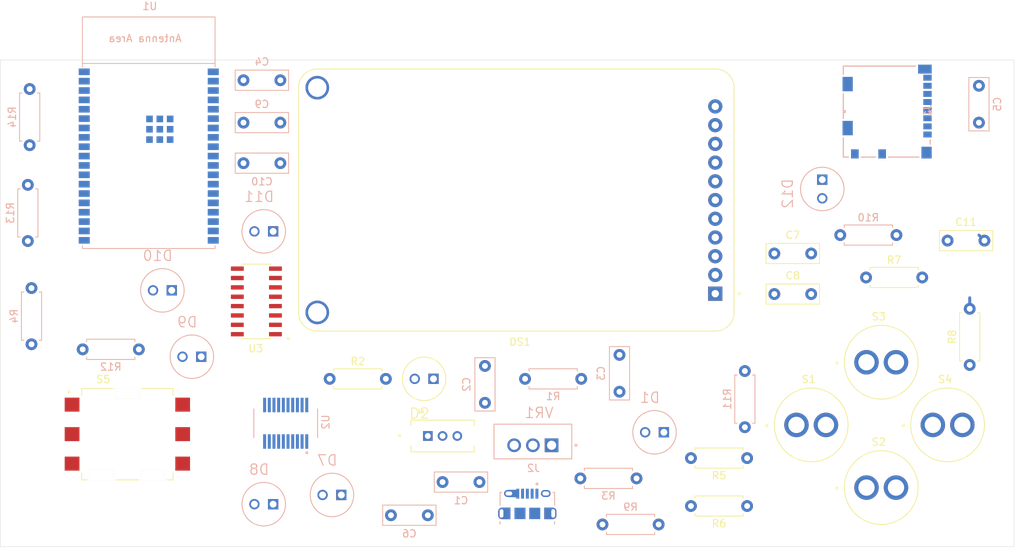
<source format=kicad_pcb>
(kicad_pcb (version 20241229) (generator "pcbnew") (generator_version "9.0")
  (layers (0 "F.Cu" signal) (2 "B.Cu" signal) (13 "F.Paste" user) (15 "B.Paste" user) (5 "F.SilkS" user "F.Silkscreen") (7 "B.SilkS" user "B.Silkscreen") (1 "F.Mask" user) (3 "B.Mask" user) (25 "Edge.Cuts" user))
  (net 0 "")
  (net 1 "GND")
  (net 2 "Net-(VR1-INPUT)")
  (net 3 "+3.3V")
  (net 4 "+5V")
  (net 5 "Net-(U1-EN{slash}CHIP_PU)")
  (net 6 "SD_DETECT")
  (net 7 "Net-(U2-~{RESET}#)")
  (net 8 "MOSI")
  (net 10 "DISPLAY_SELECT")
  (net 11 "SCK")
  (net 14 "LED1")
  (net 15 "LED2")
  (net 16 "LED3")
  (net 17 "LED4")
  (net 18 "LED5")
  (net 19 "MISO")
  (net 22 "SW1")
  (net 23 "SW2")
  (net 24 "SW3")
  (net 25 "SW4")
  (net 29 "SD_SELECT")
  (net 30 "D-")
  (net 32 "D+")
  (net 33 "PUSH")
  (net 34 "LEFT")
  (net 35 "UP")
  (net 36 "DOWN")
  (net 37 "RIGHT")
  (net 40 "MUX_S0")
  (net 43 "SEND")
  (net 44 "MUX_S1")
  (net 45 "MUX_S2")
  (net 47 "MUX_OUT")
  (net 49 "RECEIVE")
  (net 62 "Net-(D1-PadA)")
  (net 63 "Net-(D2-PadA)")
  (net 64 "Net-(D7-PadA)")
  (net 65 "Net-(D8-PadA)")
  (net 66 "Net-(D9-PadA)")
  (net 67 "Net-(D10-PadA)")
  (net 68 "Net-(D11-PadA)")
  (net 69 "Net-(D12-PadA)")
  (footprint "OS102011MS2QN1:SW_OS102011MS2QN1" (layer "F.Cu") (at 117 101)
    (property "Reference" "S6" (at -2.976555 -3.305417 0) (layer "F.SilkS") (effects (font (size 0.48009 0.48009))))
    (property "Value" "OS102011MS2QN1")
    (pad "" np_thru_hole circle (at -4.1 0) (size 1.5 1.5) (drill 1.5) (layers "*.Cu" "*.Mask"))
    (pad "" np_thru_hole circle (at 4.1 0) (size 1.5 1.5) (drill 1.5) (layers "*.Cu" "*.Mask"))
    (pad "1" thru_hole rect (at -2 0) (size 1.308 1.308) (drill 0.8) (layers "*.Cu" "*.Mask") (net 1 "GND"))
    (pad "2" thru_hole circle (at 0 0) (size 1.308 1.308) (drill 0.8) (layers "*.Cu" "*.Mask") (net 4 "+5V"))
    (pad "3" thru_hole circle (at 2 0) (size 1.308 1.308) (drill 0.8) (layers "*.Cu" "*.Mask") (net 2 "Net-(VR1-INPUT)"))
  )
  (footprint "4311:MODULE_4311" (layer "F.Cu") (at 127 69 90)
    (property "Reference" "DS1" (at -19.25 0.5 180) (layer "F.SilkS"))
    (property "Value" "4311 (Display)")
    (pad "1" thru_hole rect (at -12.7 26.9875 90) (size 1.9304 1.9304) (drill 1) (layers "*.Cu" "*.Mask") (net 4 "+5V"))
    (pad "2" thru_hole circle (at -10.16 26.9875 90) (size 1.9304 1.9304) (drill 1) (layers "*.Cu" "*.Mask"))
    (pad "3" thru_hole circle (at -7.62 26.9875 90) (size 1.9304 1.9304) (drill 1) (layers "*.Cu" "*.Mask") (net 1 "GND"))
    (pad "4" thru_hole circle (at -5.08 26.9875 90) (size 1.9304 1.9304) (drill 1) (layers "*.Cu" "*.Mask") (net 11 "SCK"))
    (pad "5" thru_hole circle (at -2.54 26.9875 90) (size 1.9304 1.9304) (drill 1) (layers "*.Cu" "*.Mask") (net 19 "MISO"))
    (pad "6" thru_hole circle (at 0 26.9875 90) (size 1.9304 1.9304) (drill 1) (layers "*.Cu" "*.Mask") (net 8 "MOSI"))
    (pad "7" thru_hole circle (at 2.54 26.9875 90) (size 1.9304 1.9304) (drill 1) (layers "*.Cu" "*.Mask") (net 10 "DISPLAY_SELECT"))
    (pad "8" thru_hole circle (at 5.08 26.9875 90) (size 1.9304 1.9304) (drill 1) (layers "*.Cu" "*.Mask"))
    (pad "9" thru_hole circle (at 7.62 26.9875 90) (size 1.9304 1.9304) (drill 1) (layers "*.Cu" "*.Mask"))
    (pad "10" thru_hole circle (at 10.16 26.9875 90) (size 1.9304 1.9304) (drill 1) (layers "*.Cu" "*.Mask"))
    (pad "11" thru_hole circle (at 12.7 26.9875 90) (size 1.9304 1.9304) (drill 1) (layers "*.Cu" "*.Mask"))
    (pad "SH1" thru_hole circle (at -15.24 -26.9875 90) (size 3.2 3.2) (drill 2.5) (layers "*.Cu" "*.Mask"))
    (pad "SH2" thru_hole circle (at 15.24 -26.9875 90) (size 3.2 3.2) (drill 2.5) (layers "*.Cu" "*.Mask"))
  )
  (footprint "JS5208:SW_JS5208" (layer "F.Cu") (at 74.25 100.75)
    (property "Reference" "S5" (at -3.275 -7.435 0) (layer "F.SilkS"))
    (property "Value" "JS5208 (Joystick)")
    (fp_line (start -5.1 4.8) (end -1.9 4.8) (stroke (width 0.01)) (layer "Edge.Cuts"))
    (fp_line (start -5.1 6.25) (end -5.1 4.8) (stroke (width 0.01)) (layer "Edge.Cuts"))
    (fp_line (start -1.9 4.8) (end -1.9 6.25) (stroke (width 0.01)) (layer "Edge.Cuts"))
    (fp_line (start -1.9 6.25) (end -5.1 6.25) (stroke (width 0.01)) (layer "Edge.Cuts"))
    (fp_line (start -1.6 -6.25) (end 1.6 -6.25) (stroke (width 0.01)) (layer "Edge.Cuts"))
    (fp_line (start -1.6 -4.8) (end -1.6 -6.25) (stroke (width 0.01)) (layer "Edge.Cuts"))
    (fp_line (start 1.6 -6.25) (end 1.6 -4.8) (stroke (width 0.01)) (layer "Edge.Cuts"))
    (fp_line (start 1.6 -4.8) (end -1.6 -4.8) (stroke (width 0.01)) (layer "Edge.Cuts"))
    (fp_line (start 1.9 4.8) (end 1.9 6.25) (stroke (width 0.01)) (layer "Edge.Cuts"))
    (fp_line (start 1.9 6.25) (end 5.1 6.25) (stroke (width 0.01)) (layer "Edge.Cuts"))
    (fp_line (start 5.1 4.8) (end 1.9 4.8) (stroke (width 0.01)) (layer "Edge.Cuts"))
    (fp_line (start 5.1 6.25) (end 5.1 4.8) (stroke (width 0.01)) (layer "Edge.Cuts"))
    (pad "" np_thru_hole circle (at -3 3) (size 1.6 1.6) (drill 1.6) (layers "*.Cu" "*.Mask"))
    (pad "" np_thru_hole circle (at 3 -3) (size 1.6 1.6) (drill 1.6) (layers "*.Cu" "*.Mask"))
    (pad "1" smd rect (at -7.5 -4) (size 2 1.9) (layers "F.Cu" "F.Mask" "F.Paste") (net 1 "GND"))
    (pad "2" smd rect (at -7.5 0) (size 2 1.9) (layers "F.Cu" "F.Mask" "F.Paste") (net 34 "LEFT"))
    (pad "3" smd rect (at -7.5 4) (size 2 1.9) (layers "F.Cu" "F.Mask" "F.Paste") (net 33 "PUSH"))
    (pad "4" smd rect (at 7.5 -4) (size 2 1.9) (layers "F.Cu" "F.Mask" "F.Paste") (net 35 "UP"))
    (pad "5" smd rect (at 7.5 0) (size 2 1.9) (layers "F.Cu" "F.Mask" "F.Paste") (net 37 "RIGHT"))
    (pad "6" smd rect (at 7.5 4) (size 2 1.9) (layers "F.Cu" "F.Mask" "F.Paste") (net 36 "DOWN"))
  )
  (footprint "PS1024ALRED:SW_PS1024ALRED" (layer "F.Cu") (at 185.5 99.5)
    (property "Reference" "S4" (at -0.335 -6.185 0) (layer "F.SilkS"))
    (property "Value" "PS1024ALRED")
    (pad "1" thru_hole circle (at -2 0) (size 3.32 3.32) (drill 2.21) (layers "*.Cu" "*.Mask") (net 1 "GND"))
    (pad "2" thru_hole circle (at 2 0) (size 3.32 3.32) (drill 2.21) (layers "*.Cu" "*.Mask") (net 25 "SW4"))
  )
  (footprint "PS1024ALRED:SW_PS1024ALRED" (layer "F.Cu") (at 176.5 108)
    (property "Reference" "S2" (at -0.335 -6.185 0) (layer "F.SilkS"))
    (property "Value" "PS1024ALRED")
    (pad "1" thru_hole circle (at -2 0) (size 3.32 3.32) (drill 2.21) (layers "*.Cu" "*.Mask") (net 1 "GND"))
    (pad "2" thru_hole circle (at 2 0) (size 3.32 3.32) (drill 2.21) (layers "*.Cu" "*.Mask") (net 23 "SW2"))
  )
  (footprint "L-53GD:LEDRD254W50D500H1060" (layer "F.Cu") (at 114.5 93.25 180)
    (property "Reference" "D2" (at 0.635 -4.699 0) (layer "F.SilkS") (effects (font (size 1.4 1.4))))
    (property "Value" "L-53GD")
    (pad "A" thru_hole circle (at 1.27 0 180) (size 1.4 1.4) (drill 0.93) (layers "*.Cu" "*.Mask") (net 63 "Net-(D2-PadA)"))
    (pad "C" thru_hole rect (at -1.27 0 180) (size 1.4 1.4) (drill 0.93) (layers "*.Cu" "*.Mask") (net 1 "GND"))
  )
  (footprint "Resistor_THT:R_Axial_DIN0207_L6.3mm_D2.5mm_P7.62mm_Horizontal" (layer "F.Cu") (at 188.5 91.37 90)
    (property "Reference" "R8" (at 3.81 -2.37 90) (layer "F.SilkS"))
    (property "Value" "10k")
    (pad "1" thru_hole circle (at 0 0 90) (size 1.6 1.6) (drill 0.8) (layers "*.Cu" "*.Mask") (net 25 "SW4"))
    (pad "2" thru_hole circle (at 7.62 0 90) (size 1.6 1.6) (drill 0.8) (layers "*.Cu" "*.Mask") (net 3 "+3.3V"))
  )
  (footprint "Resistor_THT:R_Axial_DIN0207_L6.3mm_D2.5mm_P7.62mm_Horizontal" (layer "F.Cu") (at 174.44 79.5)
    (property "Reference" "R7" (at 3.81 -2.37 0) (layer "F.SilkS"))
    (property "Value" "10k")
    (pad "1" thru_hole circle (at 0 0) (size 1.6 1.6) (drill 0.8) (layers "*.Cu" "*.Mask") (net 24 "SW3"))
    (pad "2" thru_hole circle (at 7.62 0) (size 1.6 1.6) (drill 0.8) (layers "*.Cu" "*.Mask") (net 3 "+3.3V"))
  )
  (footprint "PS1024ALRED:SW_PS1024ALRED" (layer "F.Cu") (at 176.5 91)
    (property "Reference" "S3" (at -0.335 -6.185 0) (layer "F.SilkS"))
    (property "Value" "PS1024ALRED")
    (pad "1" thru_hole circle (at -2 0) (size 3.32 3.32) (drill 2.21) (layers "*.Cu" "*.Mask") (net 1 "GND"))
    (pad "2" thru_hole circle (at 2 0) (size 3.32 3.32) (drill 2.21) (layers "*.Cu" "*.Mask") (net 24 "SW3"))
  )
  (footprint "Capacitor_THT:C_Rect_L7.0mm_W2.5mm_P5.00mm" (layer "F.Cu") (at 162 76.25)
    (property "Reference" "C7" (at 2.5 -2.5 0) (layer "F.SilkS"))
    (property "Value" "0.1u")
    (pad "1" thru_hole circle (at 0 0) (size 1.6 1.6) (drill 0.8) (layers "*.Cu" "*.Mask") (net 4 "+5V"))
    (pad "2" thru_hole circle (at 5 0) (size 1.6 1.6) (drill 0.8) (layers "*.Cu" "*.Mask") (net 1 "GND"))
  )
  (footprint "Resistor_THT:R_Axial_DIN0207_L6.3mm_D2.5mm_P7.62mm_Horizontal" (layer "F.Cu") (at 158.31 104 180)
    (property "Reference" "R5" (at 3.81 -2.37 0) (layer "F.SilkS"))
    (property "Value" "10k")
    (pad "1" thru_hole circle (at 0 0 180) (size 1.6 1.6) (drill 0.8) (layers "*.Cu" "*.Mask") (net 22 "SW1"))
    (pad "2" thru_hole circle (at 7.62 0 180) (size 1.6 1.6) (drill 0.8) (layers "*.Cu" "*.Mask") (net 3 "+3.3V"))
  )
  (footprint "Resistor_THT:R_Axial_DIN0207_L6.3mm_D2.5mm_P7.62mm_Horizontal" (layer "F.Cu") (at 158.31 110.5 180)
    (property "Reference" "R6" (at 3.81 -2.37 0) (layer "F.SilkS"))
    (property "Value" "10k")
    (pad "1" thru_hole circle (at 0 0 180) (size 1.6 1.6) (drill 0.8) (layers "*.Cu" "*.Mask") (net 23 "SW2"))
    (pad "2" thru_hole circle (at 7.62 0 180) (size 1.6 1.6) (drill 0.8) (layers "*.Cu" "*.Mask") (net 3 "+3.3V"))
  )
  (footprint "Capacitor_THT:C_Rect_L7.0mm_W2.5mm_P5.00mm" (layer "F.Cu") (at 162 81.75)
    (property "Reference" "C8" (at 2.5 -2.5 0) (layer "F.SilkS"))
    (property "Value" "10uF")
    (pad "1" thru_hole circle (at 0 0) (size 1.6 1.6) (drill 0.8) (layers "*.Cu" "*.Mask") (net 4 "+5V"))
    (pad "2" thru_hole circle (at 5 0) (size 1.6 1.6) (drill 0.8) (layers "*.Cu" "*.Mask") (net 1 "GND"))
  )
  (footprint "PS1024ALRED:SW_PS1024ALRED" (layer "F.Cu") (at 167 99.5)
    (property "Reference" "S1" (at -0.335 -6.185 0) (layer "F.SilkS"))
    (property "Value" "PS1024ALRED")
    (pad "1" thru_hole circle (at -2 0) (size 3.32 3.32) (drill 2.21) (layers "*.Cu" "*.Mask") (net 1 "GND"))
    (pad "2" thru_hole circle (at 2 0) (size 3.32 3.32) (drill 2.21) (layers "*.Cu" "*.Mask") (net 22 "SW1"))
  )
  (footprint "Resistor_THT:R_Axial_DIN0207_L6.3mm_D2.5mm_P7.62mm_Horizontal" (layer "F.Cu") (at 101.69 93.25)
    (property "Reference" "R2" (at 3.81 -2.37 0) (layer "F.SilkS"))
    (property "Value" "150")
    (pad "1" thru_hole circle (at 0 0) (size 1.6 1.6) (drill 0.8) (layers "*.Cu" "*.Mask") (net 3 "+3.3V"))
    (pad "2" thru_hole circle (at 7.62 0) (size 1.6 1.6) (drill 0.8) (layers "*.Cu" "*.Mask") (net 63 "Net-(D2-PadA)"))
  )
  (footprint "Capacitor_THT:C_Rect_L7.0mm_W2.5mm_P5.00mm" (layer "F.Cu") (at 185.5 74.5)
    (property "Reference" "C11" (at 2.5 -2.5 0) (layer "F.SilkS"))
    (property "Value" "0.1u")
    (pad "1" thru_hole circle (at 0 0) (size 1.6 1.6) (drill 0.8) (layers "*.Cu" "*.Mask") (net 1 "GND"))
    (pad "2" thru_hole circle (at 5 0) (size 1.6 1.6) (drill 0.8) (layers "*.Cu" "*.Mask") (net 3 "+3.3V"))
  )
  (footprint "74HC151D_653:SOIC127P600X175-16N" (layer "F.Cu") (at 91.75 82.75 180)
    (property "Reference" "U3" (at 0.085 -6.385 0) (layer "F.SilkS"))
    (property "Value" "74HC151D_653")
    (pad "1" smd roundrect (at -2.585 -4.445 180) (size 1.75 0.59) (layers "F.Cu" "F.Mask" "F.Paste") (roundrect_rratio 0.125) (net 37 "RIGHT"))
    (pad "2" smd roundrect (at -2.585 -3.175 180) (size 1.75 0.59) (layers "F.Cu" "F.Mask" "F.Paste") (roundrect_rratio 0.125) (net 34 "LEFT"))
    (pad "3" smd roundrect (at -2.585 -1.905 180) (size 1.75 0.59) (layers "F.Cu" "F.Mask" "F.Paste") (roundrect_rratio 0.125) (net 36 "DOWN"))
    (pad "4" smd roundrect (at -2.585 -0.635 180) (size 1.75 0.59) (layers "F.Cu" "F.Mask" "F.Paste") (roundrect_rratio 0.125) (net 35 "UP"))
    (pad "5" smd roundrect (at -2.585 0.635 180) (size 1.75 0.59) (layers "F.Cu" "F.Mask" "F.Paste") (roundrect_rratio 0.125) (net 47 "MUX_OUT"))
    (pad "6" smd roundrect (at -2.585 1.905 180) (size 1.75 0.59) (layers "F.Cu" "F.Mask" "F.Paste") (roundrect_rratio 0.125))
    (pad "7" smd roundrect (at -2.585 3.175 180) (size 1.75 0.59) (layers "F.Cu" "F.Mask" "F.Paste") (roundrect_rratio 0.125) (net 1 "GND"))
    (pad "8" smd roundrect (at -2.585 4.445 180) (size 1.75 0.59) (layers "F.Cu" "F.Mask" "F.Paste") (roundrect_rratio 0.125) (net 1 "GND"))
    (pad "9" smd roundrect (at 2.585 4.445 180) (size 1.75 0.59) (layers "F.Cu" "F.Mask" "F.Paste") (roundrect_rratio 0.125) (net 45 "MUX_S2"))
    (pad "10" smd roundrect (at 2.585 3.175 180) (size 1.75 0.59) (layers "F.Cu" "F.Mask" "F.Paste") (roundrect_rratio 0.125) (net 44 "MUX_S1"))
    (pad "11" smd roundrect (at 2.585 1.905 180) (size 1.75 0.59) (layers "F.Cu" "F.Mask" "F.Paste") (roundrect_rratio 0.125) (net 40 "MUX_S0"))
    (pad "12" smd roundrect (at 2.585 0.635 180) (size 1.75 0.59) (layers "F.Cu" "F.Mask" "F.Paste") (roundrect_rratio 0.125) (net 25 "SW4"))
    (pad "13" smd roundrect (at 2.585 -0.635 180) (size 1.75 0.59) (layers "F.Cu" "F.Mask" "F.Paste") (roundrect_rratio 0.125) (net 24 "SW3"))
    (pad "14" smd roundrect (at 2.585 -1.905 180) (size 1.75 0.59) (layers "F.Cu" "F.Mask" "F.Paste") (roundrect_rratio 0.125) (net 23 "SW2"))
    (pad "15" smd roundrect (at 2.585 -3.175 180) (size 1.75 0.59) (layers "F.Cu" "F.Mask" "F.Paste") (roundrect_rratio 0.125) (net 22 "SW1"))
    (pad "16" smd roundrect (at 2.585 -4.445 180) (size 1.75 0.59) (layers "F.Cu" "F.Mask" "F.Paste") (roundrect_rratio 0.125) (net 3 "+3.3V"))
  )
  (footprint "L-53GD:LEDRD254W50D500H1060" (layer "B.Cu") (at 83 90.25 180)
    (property "Reference" "D9" (at 0.635 4.699 0) (layer "B.SilkS") (effects (font (size 1.4 1.4)) (justify mirror)))
    (property "Value" "L-53GD")
    (pad "A" thru_hole circle (at 1.27 0 180) (size 1.4 1.4) (drill 0.93) (layers "*.Cu" "*.Mask") (net 66 "Net-(D9-PadA)"))
    (pad "C" thru_hole rect (at -1.27 0 180) (size 1.4 1.4) (drill 0.93) (layers "*.Cu" "*.Mask") (net 1 "GND"))
  )
  (footprint "Capacitor_THT:C_Rect_L7.0mm_W2.5mm_P5.00mm" (layer "B.Cu") (at 110 111.75)
    (property "Reference" "C6" (at 2.5 2.5 0) (layer "B.SilkS") (effects (justify mirror)))
    (property "Value" "10u")
    (pad "1" thru_hole circle (at 0 0) (size 1.6 1.6) (drill 0.8) (layers "*.Cu" "*.Mask") (net 1 "GND"))
    (pad "2" thru_hole circle (at 5 0) (size 1.6 1.6) (drill 0.8) (layers "*.Cu" "*.Mask") (net 4 "+5V"))
  )
  (footprint "L-53GD:LEDRD254W50D500H1060" (layer "B.Cu") (at 168.5 67.5 -90)
    (property "Reference" "D12" (at 0.635 4.699 90) (layer "B.SilkS") (effects (font (size 1.4 1.4)) (justify mirror)))
    (property "Value" "L-53GD")
    (pad "A" thru_hole circle (at 1.27 0 270) (size 1.4 1.4) (drill 0.93) (layers "*.Cu" "*.Mask") (net 69 "Net-(D12-PadA)"))
    (pad "C" thru_hole rect (at -1.27 0 270) (size 1.4 1.4) (drill 0.93) (layers "*.Cu" "*.Mask") (net 6 "SD_DETECT"))
  )
  (footprint "PCM_Espressif:ESP32-WROVER-E" (layer "B.Cu") (at 77.15 59.86 180)
    (property "Reference" "U1" (at -0.14 17.145 0) (layer "B.SilkS") (effects (justify mirror)))
    (property "Value" "ESP32-WROVER-E")
    (fp_text user "Antenna Area" (at 0.5 12.795 0) (layer "B.SilkS") (effects (justify mirror)))
    (pad "1" smd rect (at -8.75 8.255 180) (size 1.5 0.9) (layers "B.Cu" "B.Mask" "B.Paste") (net 1 "GND"))
    (pad "2" smd rect (at -8.75 6.985 180) (size 1.5 0.9) (layers "B.Cu" "B.Mask" "B.Paste") (net 3 "+3.3V"))
    (pad "3" smd rect (at -8.75 5.715 180) (size 1.5 0.9) (layers "B.Cu" "B.Mask" "B.Paste") (net 5 "Net-(U1-EN{slash}CHIP_PU)"))
    (pad "4" smd rect (at -8.75 4.445 180) (size 1.5 0.9) (layers "B.Cu" "B.Mask" "B.Paste") (net 6 "SD_DETECT"))
    (pad "5" smd rect (at -8.75 3.175 180) (size 1.5 0.9) (layers "B.Cu" "B.Mask" "B.Paste") (net 33 "PUSH"))
    (pad "6" smd rect (at -8.75 1.905 180) (size 1.5 0.9) (layers "B.Cu" "B.Mask" "B.Paste"))
    (pad "7" smd rect (at -8.75 0.635 180) (size 1.5 0.9) (layers "B.Cu" "B.Mask" "B.Paste"))
    (pad "8" smd rect (at -8.75 -0.635 180) (size 1.5 0.9) (layers "B.Cu" "B.Mask" "B.Paste") (net 47 "MUX_OUT"))
    (pad "9" smd rect (at -8.75 -1.905 180) (size 1.5 0.9) (layers "B.Cu" "B.Mask" "B.Paste") (net 29 "SD_SELECT"))
    (pad "10" smd rect (at -8.75 -3.175 180) (size 1.5 0.9) (layers "B.Cu" "B.Mask" "B.Paste") (net 40 "MUX_S0"))
    (pad "11" smd rect (at -8.75 -4.445 180) (size 1.5 0.9) (layers "B.Cu" "B.Mask" "B.Paste") (net 44 "MUX_S1"))
    (pad "12" smd rect (at -8.75 -5.715 180) (size 1.5 0.9) (layers "B.Cu" "B.Mask" "B.Paste") (net 45 "MUX_S2"))
    (pad "13" smd rect (at -8.75 -6.985 180) (size 1.5 0.9) (layers "B.Cu" "B.Mask" "B.Paste") (net 16 "LED3"))
    (pad "14" smd rect (at -8.75 -8.255 180) (size 1.5 0.9) (layers "B.Cu" "B.Mask" "B.Paste"))
    (pad "15" smd rect (at -8.75 -9.525 180) (size 1.5 0.9) (layers "B.Cu" "B.Mask" "B.Paste") (net 1 "GND"))
    (pad "16" smd rect (at -8.75 -10.795 180) (size 1.5 0.9) (layers "B.Cu" "B.Mask" "B.Paste") (net 15 "LED2"))
    (pad "17" smd rect (at -8.75 -12.065 180) (size 1.5 0.9) (layers "B.Cu" "B.Mask" "B.Paste"))
    (pad "18" smd rect (at -8.75 -13.335 180) (size 1.5 0.9) (layers "B.Cu" "B.Mask" "B.Paste"))
    (pad "19" smd rect (at -8.75 -14.605 180) (size 1.5 0.9) (layers "B.Cu" "B.Mask" "B.Paste"))
    (pad "20" smd rect (at 8.75 -14.605 180) (size 1.5 0.9) (layers "B.Cu" "B.Mask" "B.Paste"))
    (pad "21" smd rect (at 8.75 -13.335 180) (size 1.5 0.9) (layers "B.Cu" "B.Mask" "B.Paste"))
    (pad "22" smd rect (at 8.75 -12.065 180) (size 1.5 0.9) (layers "B.Cu" "B.Mask" "B.Paste"))
    (pad "23" smd rect (at 8.75 -10.795 180) (size 1.5 0.9) (layers "B.Cu" "B.Mask" "B.Paste"))
    (pad "24" smd rect (at 8.75 -9.525 180) (size 1.5 0.9) (layers "B.Cu" "B.Mask" "B.Paste"))
    (pad "25" smd rect (at 8.75 -8.255 180) (size 1.5 0.9) (layers "B.Cu" "B.Mask" "B.Paste"))
    (pad "26" smd rect (at 8.75 -6.985 180) (size 1.5 0.9) (layers "B.Cu" "B.Mask" "B.Paste") (net 14 "LED1"))
    (pad "27" smd rect (at 8.75 -5.715 180) (size 1.5 0.9) (layers "B.Cu" "B.Mask" "B.Paste"))
    (pad "28" smd rect (at 8.75 -4.445 180) (size 1.5 0.9) (layers "B.Cu" "B.Mask" "B.Paste"))
    (pad "29" smd rect (at 8.75 -3.175 180) (size 1.5 0.9) (layers "B.Cu" "B.Mask" "B.Paste") (net 10 "DISPLAY_SELECT"))
    (pad "30" smd rect (at 8.75 -1.905 180) (size 1.5 0.9) (layers "B.Cu" "B.Mask" "B.Paste") (net 11 "SCK"))
    (pad "31" smd rect (at 8.75 -0.635 180) (size 1.5 0.9) (layers "B.Cu" "B.Mask" "B.Paste") (net 19 "MISO"))
    (pad "32" smd rect (at 8.75 0.635 180) (size 1.5 0.9) (layers "B.Cu" "B.Mask" "B.Paste"))
    (pad "33" smd rect (at 8.75 1.905 180) (size 1.5 0.9) (layers "B.Cu" "B.Mask" "B.Paste") (net 17 "LED4"))
    (pad "34" smd rect (at 8.75 3.175 180) (size 1.5 0.9) (layers "B.Cu" "B.Mask" "B.Paste") (net 49 "RECEIVE"))
    (pad "35" smd rect (at 8.75 4.445 180) (size 1.5 0.9) (layers "B.Cu" "B.Mask" "B.Paste") (net 43 "SEND"))
    (pad "36" smd rect (at 8.75 5.715 180) (size 1.5 0.9) (layers "B.Cu" "B.Mask" "B.Paste") (net 18 "LED5"))
    (pad "37" smd rect (at 8.75 6.985 180) (size 1.5 0.9) (layers "B.Cu" "B.Mask" "B.Paste") (net 8 "MOSI"))
    (pad "38" smd rect (at 8.75 8.255 180) (size 1.5 0.9) (layers "B.Cu" "B.Mask" "B.Paste") (net 1 "GND"))
    (pad "39" smd rect (at -2.905 1.86 180) (size 0.9 0.9) (layers "B.Cu" "B.Mask" "B.Paste") (net 1 "GND"))
    (pad "39" smd rect (at -2.9 -0.94 180) (size 0.9 0.9) (layers "B.Cu" "B.Mask" "B.Paste") (net 1 "GND"))
    (pad "39" smd rect (at -2.9 0.46 180) (size 0.9 0.9) (layers "B.Cu" "B.Mask" "B.Paste") (net 1 "GND"))
    (pad "39" smd rect (at -1.5 -0.94 180) (size 0.9 0.9) (layers "B.Cu" "B.Mask" "B.Paste") (net 1 "GND"))
    (pad "39" smd rect (at -1.5 0.46 180) (size 0.9 0.9) (layers "B.Cu" "B.Mask" "B.Paste") (net 1 "GND"))
    (pad "39" smd rect (at -1.5 1.86 180) (size 0.9 0.9) (layers "B.Cu" "B.Mask" "B.Paste") (net 1 "GND"))
    (pad "39" smd rect (at -0.1 -0.94 180) (size 0.9 0.9) (layers "B.Cu" "B.Mask" "B.Paste") (net 1 "GND"))
    (pad "39" smd rect (at -0.1 0.46 180) (size 0.9 0.9) (layers "B.Cu" "B.Mask" "B.Paste") (net 1 "GND"))
    (pad "39" smd rect (at -0.1 1.86 180) (size 0.9 0.9) (layers "B.Cu" "B.Mask" "B.Paste") (net 1 "GND"))
  )
  (footprint "10118194-0001LF:AMPHENOL_10118194-0001LF" (layer "B.Cu") (at 128.5 111.5 180)
    (property "Reference" "J2" (at -0.825 6.135 0) (layer "B.SilkS") (effects (justify mirror)))
    (property "Value" "10118194-0001LF (USB-C Connector)" (hide yes))
    (pad "1" smd rect (at -1.3 2.675 180) (size 0.4 1.35) (layers "B.Cu" "B.Mask" "B.Paste") (net 4 "+5V"))
    (pad "2" smd rect (at -0.65 2.675 180) (size 0.4 1.35) (layers "B.Cu" "B.Mask" "B.Paste") (net 30 "D-"))
    (pad "3" smd rect (at 0 2.675 180) (size 0.4 1.35) (layers "B.Cu" "B.Mask" "B.Paste") (net 32 "D+"))
    (pad "4" smd rect (at 0.65 2.675 180) (size 0.4 1.35) (layers "B.Cu" "B.Mask" "B.Paste"))
    (pad "5" smd rect (at 1.3 2.675 180) (size 0.4 1.35) (layers "B.Cu" "B.Mask" "B.Paste") (net 1 "GND"))
    (pad "SH1" thru_hole custom (at -3.5 0 180) (size 0.775 1.55) (drill oval 0.5 1.15) (layers "*.Cu") (net 1 "GND") (options (clearance outline) (anchor circle)) (primitives (gr_poly (pts (xy 1.2 -0.775) (xy 0.055 -0.775) (xy 0.029 -0.774) (xy 0.003 -0.772) (xy -0.023 -0.769) (xy -0.049 -0.764) (xy -0.074 -0.758) (xy -0.1 -0.751) (xy -0.124 -0.742) (xy -0.148 -0.732) (xy -0.172 -0.721) (xy -0.195 -0.708) (xy -0.217 -0.694) (xy -0.239 -0.68) (xy -0.26 -0.664) (xy -0.28 -0.647) (xy -0.299 -0.629) (xy -0.317 -0.61) (xy -0.334 -0.59) (xy -0.35 -0.569) (xy -0.364 -0.547) (xy -0.378 -0.525) (xy -0.391 -0.502) (xy -0.402 -0.478) (xy -0.412 -0.454) (xy -0.421 -0.43) (xy -0.428 -0.404) (xy -0.434 -0.379) (xy -0.439 -0.353) (xy -0.442 -0.327) (xy -0.444 -0.301) (xy -0.445 -0.275) (xy -0.445 0.275) (xy -0.444 0.301) (xy -0.442 0.327) (xy -0.439 0.353) (xy -0.434 0.379) (xy -0.428 0.404) (xy -0.421 0.43) (xy -0.412 0.454) (xy -0.402 0.478) (xy -0.391 0.502) (xy -0.378 0.525) (xy -0.364 0.547) (xy -0.35 0.569) (xy -0.334 0.59) (xy -0.317 0.61) (xy -0.299 0.629) (xy -0.28 0.647) (xy -0.26 0.664) (xy -0.239 0.68) (xy -0.217 0.694) (xy -0.195 0.708) (xy -0.172 0.721) (xy -0.148 0.732) (xy -0.124 0.742) (xy -0.1 0.751) (xy -0.074 0.758) (xy -0.049 0.764) (xy -0.023 0.769) (xy 0.003 0.772) (xy 0.029 0.774) (xy 0.055 0.775) (xy 1.2 0.775) (xy 1.2 -0.775)) (width 0.01) (fill yes))))
    (pad "SH2" smd rect (at 1 0 180) (size 1.5 1.55) (layers "B.Cu" "B.Mask" "B.Paste") (net 1 "GND"))
    (pad "SH3" smd rect (at -1 0 180) (size 1.5 1.55) (layers "B.Cu" "B.Mask" "B.Paste") (net 1 "GND"))
    (pad "SH4" thru_hole custom (at 3.5 0 180) (size 0.775 1.55) (drill oval 0.5 1.15) (layers "*.Cu") (net 1 "GND") (options (clearance outline) (anchor circle)) (primitives (gr_poly (pts (xy -1.2 0.775) (xy -0.055 0.775) (xy -0.029 0.774) (xy -0.003 0.772) (xy 0.023 0.769) (xy 0.049 0.764) (xy 0.074 0.758) (xy 0.1 0.751) (xy 0.124 0.742) (xy 0.148 0.732) (xy 0.172 0.721) (xy 0.195 0.708) (xy 0.217 0.694) (xy 0.239 0.68) (xy 0.26 0.664) (xy 0.28 0.647) (xy 0.299 0.629) (xy 0.317 0.61) (xy 0.334 0.59) (xy 0.35 0.569) (xy 0.364 0.547) (xy 0.378 0.525) (xy 0.391 0.502) (xy 0.402 0.478) (xy 0.412 0.454) (xy 0.421 0.43) (xy 0.428 0.404) (xy 0.434 0.379) (xy 0.439 0.353) (xy 0.442 0.327) (xy 0.444 0.301) (xy 0.445 0.275) (xy 0.445 -0.275) (xy 0.444 -0.301) (xy 0.442 -0.327) (xy 0.439 -0.353) (xy 0.434 -0.379) (xy 0.428 -0.404) (xy 0.421 -0.43) (xy 0.412 -0.454) (xy 0.402 -0.478) (xy 0.391 -0.502) (xy 0.378 -0.525) (xy 0.364 -0.547) (xy 0.35 -0.569) (xy 0.334 -0.59) (xy 0.317 -0.61) (xy 0.299 -0.629) (xy 0.28 -0.647) (xy 0.26 -0.664) (xy 0.239 -0.68) (xy 0.217 -0.694) (xy 0.195 -0.708) (xy 0.172 -0.721) (xy 0.148 -0.732) (xy 0.124 -0.742) (xy 0.1 -0.751) (xy 0.074 -0.758) (xy 0.049 -0.764) (xy 0.023 -0.769) (xy -0.003 -0.772) (xy -0.029 -0.774) (xy -0.055 -0.775) (xy -1.2 -0.775) (xy -1.2 0.775)) (width 0.01) (fill yes))))
    (pad "SH5" thru_hole oval (at -2.5 2.7 180) (size 1.3 0.95) (drill oval 0.9 0.55) (layers "*.Cu" "*.Mask") (net 1 "GND"))
    (pad "SH6" thru_hole oval (at 2.5 2.7 180) (size 1.3 0.95) (drill oval 0.9 0.55) (layers "*.Cu" "*.Mask") (net 1 "GND"))
  )
  (footprint "Resistor_THT:R_Axial_DIN0207_L6.3mm_D2.5mm_P7.62mm_Horizontal" (layer "B.Cu") (at 60.75 66.94 -90)
    (property "Reference" "R13" (at 3.81 2.37 90) (layer "B.SilkS") (effects (justify mirror)))
    (property "Value" "150")
    (pad "1" thru_hole circle (at 0 0 270) (size 1.6 1.6) (drill 0.8) (layers "*.Cu" "*.Mask") (net 17 "LED4"))
    (pad "2" thru_hole circle (at 7.62 0 270) (size 1.6 1.6) (drill 0.8) (layers "*.Cu" "*.Mask") (net 67 "Net-(D10-PadA)"))
  )
  (footprint "Resistor_THT:R_Axial_DIN0207_L6.3mm_D2.5mm_P7.62mm_Horizontal" (layer "B.Cu") (at 146.31 113 180)
    (property "Reference" "R9" (at 3.81 2.37 0) (layer "B.SilkS") (effects (justify mirror)))
    (property "Value" "150")
    (pad "1" thru_hole circle (at 0 0 180) (size 1.6 1.6) (drill 0.8) (layers "*.Cu" "*.Mask") (net 14 "LED1"))
    (pad "2" thru_hole circle (at 7.62 0 180) (size 1.6 1.6) (drill 0.8) (layers "*.Cu" "*.Mask") (net 64 "Net-(D7-PadA)"))
  )
  (footprint "Capacitor_THT:C_Rect_L7.0mm_W2.5mm_P5.00mm" (layer "B.Cu") (at 90 64)
    (property "Reference" "C10" (at 2.5 2.5 0) (layer "B.SilkS") (effects (justify mirror)))
    (property "Value" "1u")
    (pad "1" thru_hole circle (at 0 0) (size 1.6 1.6) (drill 0.8) (layers "*.Cu" "*.Mask") (net 5 "Net-(U1-EN{slash}CHIP_PU)"))
    (pad "2" thru_hole circle (at 5 0) (size 1.6 1.6) (drill 0.8) (layers "*.Cu" "*.Mask") (net 1 "GND"))
  )
  (footprint "FT231XS-U:SOP63P600X175-20N" (layer "B.Cu") (at 95.7225 99.275 90)
    (property "Reference" "U2" (at 0.16431 5.4247 90) (layer "B.SilkS") (effects (font (size 1.001386 1.001386)) (justify mirror)))
    (property "Value" "FT231XS-U")
    (pad "1" smd roundrect (at -2.475 2.8575 90) (size 1.97 0.41) (layers "B.Cu" "B.Mask" "B.Paste") (roundrect_rratio 0.05))
    (pad "2" smd roundrect (at -2.475 2.2225 90) (size 1.97 0.41) (layers "B.Cu" "B.Mask" "B.Paste") (roundrect_rratio 0.05))
    (pad "3" smd roundrect (at -2.475 1.5875 90) (size 1.97 0.41) (layers "B.Cu" "B.Mask" "B.Paste") (roundrect_rratio 0.05) (net 3 "+3.3V"))
    (pad "4" smd roundrect (at -2.475 0.9525 90) (size 1.97 0.41) (layers "B.Cu" "B.Mask" "B.Paste") (roundrect_rratio 0.05) (net 43 "SEND"))
    (pad "5" smd roundrect (at -2.475 0.3175 90) (size 1.97 0.41) (layers "B.Cu" "B.Mask" "B.Paste") (roundrect_rratio 0.05))
    (pad "6" smd roundrect (at -2.475 -0.3175 90) (size 1.97 0.41) (layers "B.Cu" "B.Mask" "B.Paste") (roundrect_rratio 0.05) (net 1 "GND"))
    (pad "7" smd roundrect (at -2.475 -0.9525 90) (size 1.97 0.41) (layers "B.Cu" "B.Mask" "B.Paste") (roundrect_rratio 0.05))
    (pad "8" smd roundrect (at -2.475 -1.5875 90) (size 1.97 0.41) (layers "B.Cu" "B.Mask" "B.Paste") (roundrect_rratio 0.05))
    (pad "9" smd roundrect (at -2.475 -2.2225 90) (size 1.97 0.41) (layers "B.Cu" "B.Mask" "B.Paste") (roundrect_rratio 0.05))
    (pad "10" smd roundrect (at -2.475 -2.8575 90) (size 1.97 0.41) (layers "B.Cu" "B.Mask" "B.Paste") (roundrect_rratio 0.05))
    (pad "11" smd roundrect (at 2.475 -2.8575 90) (size 1.97 0.41) (layers "B.Cu" "B.Mask" "B.Paste") (roundrect_rratio 0.05) (net 32 "D+"))
    (pad "12" smd roundrect (at 2.475 -2.2225 90) (size 1.97 0.41) (layers "B.Cu" "B.Mask" "B.Paste") (roundrect_rratio 0.05) (net 30 "D-"))
    (pad "13" smd roundrect (at 2.475 -1.5875 90) (size 1.97 0.41) (layers "B.Cu" "B.Mask" "B.Paste") (roundrect_rratio 0.05))
    (pad "14" smd roundrect (at 2.475 -0.9525 90) (size 1.97 0.41) (layers "B.Cu" "B.Mask" "B.Paste") (roundrect_rratio 0.05) (net 7 "Net-(U2-~{RESET}#)"))
    (pad "15" smd roundrect (at 2.475 -0.3175 90) (size 1.97 0.41) (layers "B.Cu" "B.Mask" "B.Paste") (roundrect_rratio 0.05) (net 3 "+3.3V"))
    (pad "16" smd roundrect (at 2.475 0.3175 90) (size 1.97 0.41) (layers "B.Cu" "B.Mask" "B.Paste") (roundrect_rratio 0.05) (net 1 "GND"))
    (pad "17" smd roundrect (at 2.475 0.9525 90) (size 1.97 0.41) (layers "B.Cu" "B.Mask" "B.Paste") (roundrect_rratio 0.05))
    (pad "18" smd roundrect (at 2.475 1.5875 90) (size 1.97 0.41) (layers "B.Cu" "B.Mask" "B.Paste") (roundrect_rratio 0.05))
    (pad "19" smd roundrect (at 2.475 2.2225 90) (size 1.97 0.41) (layers "B.Cu" "B.Mask" "B.Paste") (roundrect_rratio 0.05))
    (pad "20" smd roundrect (at 2.475 2.8575 90) (size 1.97 0.41) (layers "B.Cu" "B.Mask" "B.Paste") (roundrect_rratio 0.05) (net 49 "RECEIVE"))
  )
  (footprint "Capacitor_THT:C_Rect_L7.0mm_W2.5mm_P5.00mm" (layer "B.Cu") (at 95 52.75 180)
    (property "Reference" "C4" (at 2.5 2.5 0) (layer "B.SilkS") (effects (justify mirror)))
    (property "Value" "22u")
    (pad "1" thru_hole circle (at 0 0 180) (size 1.6 1.6) (drill 0.8) (layers "*.Cu" "*.Mask") (net 3 "+3.3V"))
    (pad "2" thru_hole circle (at 5 0 180) (size 1.6 1.6) (drill 0.8) (layers "*.Cu" "*.Mask") (net 1 "GND"))
  )
  (footprint "L-53GD:LEDRD254W50D500H1060" (layer "B.Cu") (at 145.75 100.5 180)
    (property "Reference" "D1" (at 0.635 4.699 0) (layer "B.SilkS") (effects (font (size 1.4 1.4)) (justify mirror)))
    (property "Value" "L-53GD")
    (pad "A" thru_hole circle (at 1.27 0 180) (size 1.4 1.4) (drill 0.93) (layers "*.Cu" "*.Mask") (net 62 "Net-(D1-PadA)"))
    (pad "C" thru_hole rect (at -1.27 0 180) (size 1.4 1.4) (drill 0.93) (layers "*.Cu" "*.Mask") (net 1 "GND"))
  )
  (footprint "L-53GD:LEDRD254W50D500H1060" (layer "B.Cu") (at 102 109 180)
    (property "Reference" "D7" (at 0.635 4.699 0) (layer "B.SilkS") (effects (font (size 1.4 1.4)) (justify mirror)))
    (property "Value" "L-53GD")
    (pad "A" thru_hole circle (at 1.27 0 180) (size 1.4 1.4) (drill 0.93) (layers "*.Cu" "*.Mask") (net 64 "Net-(D7-PadA)"))
    (pad "C" thru_hole rect (at -1.27 0 180) (size 1.4 1.4) (drill 0.93) (layers "*.Cu" "*.Mask") (net 1 "GND"))
  )
  (footprint "Capacitor_THT:C_Rect_L7.0mm_W2.5mm_P5.00mm" (layer "B.Cu") (at 122.75 91.5 -90)
    (property "Reference" "C2" (at 2.5 2.5 90) (layer "B.SilkS") (effects (justify mirror)))
    (property "Value" "10u")
    (pad "1" thru_hole circle (at 0 0 270) (size 1.6 1.6) (drill 0.8) (layers "*.Cu" "*.Mask") (net 1 "GND"))
    (pad "2" thru_hole circle (at 5 0 270) (size 1.6 1.6) (drill 0.8) (layers "*.Cu" "*.Mask") (net 3 "+3.3V"))
  )
  (footprint "LM1117T-3.3_NOPB:TO254P1054X470X1955-3" (layer "B.Cu") (at 129.2525 102.26 180)
    (property "Reference" "VR1" (at -0.835 4.399 0) (layer "B.SilkS") (effects (font (size 1.4 1.4)) (justify mirror)))
    (property "Value" "LM1117T-3.3_NOPB (Regulator)")
    (pad "1" thru_hole rect (at -2.54 0 180) (size 1.86 1.86) (drill 1.24) (layers "*.Cu" "*.Mask") (net 1 "GND"))
    (pad "2" thru_hole circle (at 0 0 180) (size 1.86 1.86) (drill 1.24) (layers "*.Cu" "*.Mask") (net 3 "+3.3V"))
    (pad "3" thru_hole circle (at 2.54 0 180) (size 1.86 1.86) (drill 1.24) (layers "*.Cu" "*.Mask") (net 2 "Net-(VR1-INPUT)"))
  )
  (footprint "Resistor_THT:R_Axial_DIN0207_L6.3mm_D2.5mm_P7.62mm_Horizontal" (layer "B.Cu") (at 61.25 80.94 -90)
    (property "Reference" "R4" (at 3.81 2.37 90) (layer "B.SilkS") (effects (justify mirror)))
    (property "Value" "10k")
    (pad "1" thru_hole circle (at 0 0 270) (size 1.6 1.6) (drill 0.8) (layers "*.Cu" "*.Mask") (net 3 "+3.3V"))
    (pad "2" thru_hole circle (at 7.62 0 270) (size 1.6 1.6) (drill 0.8) (layers "*.Cu" "*.Mask") (net 5 "Net-(U1-EN{slash}CHIP_PU)"))
  )
  (footprint "Resistor_THT:R_Axial_DIN0207_L6.3mm_D2.5mm_P7.62mm_Horizontal" (layer "B.Cu") (at 61 53.94 -90)
    (property "Reference" "R14" (at 3.81 2.37 90) (layer "B.SilkS") (effects (justify mirror)))
    (property "Value" "150")
    (pad "1" thru_hole circle (at 0 0 270) (size 1.6 1.6) (drill 0.8) (layers "*.Cu" "*.Mask") (net 18 "LED5"))
    (pad "2" thru_hole circle (at 7.62 0 270) (size 1.6 1.6) (drill 0.8) (layers "*.Cu" "*.Mask") (net 68 "Net-(D11-PadA)"))
  )
  (footprint "L-53GD:LEDRD254W50D500H1060" (layer "B.Cu") (at 79 81.25 180)
    (property "Reference" "D10" (at 0.635 4.699 0) (layer "B.SilkS") (effects (font (size 1.4 1.4)) (justify mirror)))
    (property "Value" "L-53GD")
    (pad "A" thru_hole circle (at 1.27 0 180) (size 1.4 1.4) (drill 0.93) (layers "*.Cu" "*.Mask") (net 67 "Net-(D10-PadA)"))
    (pad "C" thru_hole rect (at -1.27 0 180) (size 1.4 1.4) (drill 0.93) (layers "*.Cu" "*.Mask") (net 1 "GND"))
  )
  (footprint "L-53GD:LEDRD254W50D500H1060" (layer "B.Cu") (at 92.75 73.25 180)
    (property "Reference" "D11" (at 0.635 4.699 0) (layer "B.SilkS") (effects (font (size 1.4 1.4)) (justify mirror)))
    (property "Value" "L-53GD")
    (pad "A" thru_hole circle (at 1.27 0 180) (size 1.4 1.4) (drill 0.93) (layers "*.Cu" "*.Mask") (net 68 "Net-(D11-PadA)"))
    (pad "C" thru_hole rect (at -1.27 0 180) (size 1.4 1.4) (drill 0.93) (layers "*.Cu" "*.Mask") (net 1 "GND"))
  )
  (footprint "Resistor_THT:R_Axial_DIN0207_L6.3mm_D2.5mm_P7.62mm_Horizontal" (layer "B.Cu") (at 178.56 73.75 180)
    (property "Reference" "R10" (at 3.81 2.37 0) (layer "B.SilkS") (effects (justify mirror)))
    (property "Value" "150")
    (pad "1" thru_hole circle (at 0 0 180) (size 1.6 1.6) (drill 0.8) (layers "*.Cu" "*.Mask") (net 3 "+3.3V"))
    (pad "2" thru_hole circle (at 7.62 0 180) (size 1.6 1.6) (drill 0.8) (layers "*.Cu" "*.Mask") (net 69 "Net-(D12-PadA)"))
  )
  (footprint "Resistor_THT:R_Axial_DIN0207_L6.3mm_D2.5mm_P7.62mm_Horizontal" (layer "B.Cu") (at 68.19 89.25)
    (property "Reference" "R12" (at 3.81 2.37 0) (layer "B.SilkS") (effects (justify mirror)))
    (property "Value" "150")
    (pad "1" thru_hole circle (at 0 0) (size 1.6 1.6) (drill 0.8) (layers "*.Cu" "*.Mask") (net 16 "LED3"))
    (pad "2" thru_hole circle (at 7.62 0) (size 1.6 1.6) (drill 0.8) (layers "*.Cu" "*.Mask") (net 66 "Net-(D9-PadA)"))
  )
  (footprint "Capacitor_THT:C_Rect_L7.0mm_W2.5mm_P5.00mm" (layer "B.Cu") (at 95 58.5 180)
    (property "Reference" "C9" (at 2.5 2.5 0) (layer "B.SilkS") (effects (justify mirror)))
    (property "Value" "0.1u")
    (pad "1" thru_hole circle (at 0 0 180) (size 1.6 1.6) (drill 0.8) (layers "*.Cu" "*.Mask") (net 3 "+3.3V"))
    (pad "2" thru_hole circle (at 5 0 180) (size 1.6 1.6) (drill 0.8) (layers "*.Cu" "*.Mask") (net 1 "GND"))
  )
  (footprint "L-53GD:LEDRD254W50D500H1060" (layer "B.Cu") (at 92.75 110.25 180)
    (property "Reference" "D8" (at 0.635 4.699 0) (layer "B.SilkS") (effects (font (size 1.4 1.4)) (justify mirror)))
    (property "Value" "L-53GD")
    (pad "A" thru_hole circle (at 1.27 0 180) (size 1.4 1.4) (drill 0.93) (layers "*.Cu" "*.Mask") (net 65 "Net-(D8-PadA)"))
    (pad "C" thru_hole rect (at -1.27 0 180) (size 1.4 1.4) (drill 0.93) (layers "*.Cu" "*.Mask") (net 1 "GND"))
  )
  (footprint "Resistor_THT:R_Axial_DIN0207_L6.3mm_D2.5mm_P7.62mm_Horizontal" (layer "B.Cu") (at 158 92.19 -90)
    (property "Reference" "R11" (at 3.81 2.37 90) (layer "B.SilkS") (effects (justify mirror)))
    (property "Value" "150")
    (pad "1" thru_hole circle (at 0 0 270) (size 1.6 1.6) (drill 0.8) (layers "*.Cu" "*.Mask") (net 15 "LED2"))
    (pad "2" thru_hole circle (at 7.62 0 270) (size 1.6 1.6) (drill 0.8) (layers "*.Cu" "*.Mask") (net 65 "Net-(D8-PadA)"))
  )
  (footprint "Capacitor_THT:C_Rect_L7.0mm_W2.5mm_P5.00mm" (layer "B.Cu") (at 117 107.25)
    (property "Reference" "C1" (at 2.5 2.5 0) (layer "B.SilkS") (effects (justify mirror)))
    (property "Value" "10u")
    (pad "1" thru_hole circle (at 0 0) (size 1.6 1.6) (drill 0.8) (layers "*.Cu" "*.Mask") (net 1 "GND"))
    (pad "2" thru_hole circle (at 5 0) (size 1.6 1.6) (drill 0.8) (layers "*.Cu" "*.Mask") (net 2 "Net-(VR1-INPUT)"))
  )
  (footprint "Resistor_THT:R_Axial_DIN0207_L6.3mm_D2.5mm_P7.62mm_Horizontal" (layer "B.Cu") (at 135.69 106.75)
    (property "Reference" "R3" (at 3.81 2.37 0) (layer "B.SilkS") (effects (justify mirror)))
    (property "Value" "5.1k")
    (pad "1" thru_hole circle (at 0 0) (size 1.6 1.6) (drill 0.8) (layers "*.Cu" "*.Mask") (net 4 "+5V"))
    (pad "2" thru_hole circle (at 7.62 0) (size 1.6 1.6) (drill 0.8) (layers "*.Cu" "*.Mask") (net 62 "Net-(D1-PadA)"))
  )
  (footprint "1040310811:104031-0811_MOL" (layer "B.Cu") (at 177.25 57 -90)
    (property "Reference" "J1" (at -0.1016 -5.5118 90) (layer "B.SilkS") (effects (justify mirror)))
    (property "Value" "1040310811 (SD Connector)")
    (fp_text user "*" (at 0 -6.1468 90) (layer "B.SilkS") (effects (justify mirror)))
    (pad "1" smd rect (at 3.105 -5.5215 270) (size 0.8128 1.143) (layers "B.Cu" "B.Mask" "B.Paste"))
    (pad "2" smd rect (at 2.005 -5.5215 270) (size 0.8128 1.143) (layers "B.Cu" "B.Mask" "B.Paste") (net 29 "SD_SELECT"))
    (pad "3" smd rect (at 0.905 -5.5215 270) (size 0.8128 1.143) (layers "B.Cu" "B.Mask" "B.Paste") (net 8 "MOSI"))
    (pad "4" smd rect (at -0.195 -5.5215 270) (size 0.8128 1.143) (layers "B.Cu" "B.Mask" "B.Paste") (net 3 "+3.3V"))
    (pad "5" smd rect (at -1.295 -5.5215 270) (size 0.8128 1.143) (layers "B.Cu" "B.Mask" "B.Paste") (net 11 "SCK"))
    (pad "6" smd rect (at -2.395 -5.5215 270) (size 0.8128 1.143) (layers "B.Cu" "B.Mask" "B.Paste") (net 1 "GND"))
    (pad "7" smd rect (at -3.495 -5.5215 270) (size 0.8128 1.143) (layers "B.Cu" "B.Mask" "B.Paste") (net 19 "MISO"))
    (pad "8" smd rect (at -4.595 -5.5215 270) (size 0.8128 1.143) (layers "B.Cu" "B.Mask" "B.Paste"))
    (pad "9" smd rect (at 5.74 0.6285 270) (size 1.2446 1.0414) (layers "B.Cu" "B.Mask" "B.Paste"))
    (pad "10" smd rect (at 5.74 4.3285 270) (size 1.2446 1.0414) (layers "B.Cu" "B.Mask" "B.Paste") (net 6 "SD_DETECT"))
    (pad "11" smd rect (at 5.565 -5.3965 270) (size 1.6002 1.397) (layers "B.Cu" "B.Mask" "B.Paste"))
    (pad "12" smd rect (at -5.755 -5.1715 270) (size 1.2192 1.8542) (layers "B.Cu" "B.Mask" "B.Paste"))
    (pad "13" smd rect (at -3.72999 5.3035 270) (size 1.9558 1.397) (layers "B.Cu" "B.Mask" "B.Paste"))
    (pad "14" smd rect (at 2.24001 5.3035 270) (size 1.9558 1.397) (layers "B.Cu" "B.Mask" "B.Paste"))
  )
  (footprint "Resistor_THT:R_Axial_DIN0207_L6.3mm_D2.5mm_P7.62mm_Horizontal" (layer "B.Cu") (at 128.19 93.25)
    (property "Reference" "R1" (at 3.81 2.37 0) (layer "B.SilkS") (effects (justify mirror)))
    (property "Value" "10k")
    (pad "1" thru_hole circle (at 0 0) (size 1.6 1.6) (drill 0.8) (layers "*.Cu" "*.Mask") (net 3 "+3.3V"))
    (pad "2" thru_hole circle (at 7.62 0) (size 1.6 1.6) (drill 0.8) (layers "*.Cu" "*.Mask") (net 7 "Net-(U2-~{RESET}#)"))
  )
  (footprint "Capacitor_THT:C_Rect_L7.0mm_W2.5mm_P5.00mm" (layer "B.Cu") (at 189.75 58.5 90)
    (property "Reference" "C5" (at 2.5 2.5 90) (layer "B.SilkS") (effects (justify mirror)))
    (property "Value" "0.1u")
    (pad "1" thru_hole circle (at 0 0 90) (size 1.6 1.6) (drill 0.8) (layers "*.Cu" "*.Mask") (net 3 "+3.3V"))
    (pad "2" thru_hole circle (at 5 0 90) (size 1.6 1.6) (drill 0.8) (layers "*.Cu" "*.Mask") (net 1 "GND"))
  )
  (footprint "Capacitor_THT:C_Rect_L7.0mm_W2.5mm_P5.00mm" (layer "B.Cu") (at 141 90 -90)
    (property "Reference" "C3" (at 2.5 2.5 90) (layer "B.SilkS") (effects (justify mirror)))
    (property "Value" "0.1u")
    (pad "1" thru_hole circle (at 0 0 270) (size 1.6 1.6) (drill 0.8) (layers "*.Cu" "*.Mask") (net 1 "GND"))
    (pad "2" thru_hole circle (at 5 0 270) (size 1.6 1.6) (drill 0.8) (layers "*.Cu" "*.Mask") (net 3 "+3.3V"))
  )
  (gr_rect (start 57 50) (end 194.5 116) (stroke (width 0.05)) (fill no) (layer "Edge.Cuts"))
  (segment (start 126.849 108.8) (end 126.849 108.825) (width 1) (layer "B.Cu") (net 1))
  (segment (start 126 108.8) (end 126.849 108.8) (width 1) (layer "B.Cu") (net 1))
  (segment (start 188.5 83.75) (end 188.5 82.25) (width 0.4) (layer "B.Cu") (net 3))
  (segment (start 189.75 73.75) (end 190.5 74.5) (width 0.4) (layer "B.Cu") (net 3))
  (segment (start 153.9875 81.959892) (end 153.857554 81.829946) (width 1) (layer "F.Cu") (net 4))
)
</source>
